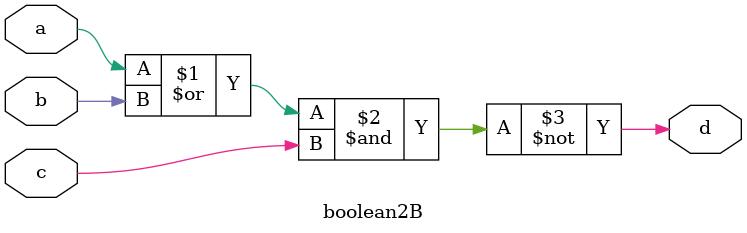
<source format=v>
`timescale 1ns / 1ps


module boolean2B(
    input a, b, c,
    output d
    );
    
assign d=~((a|b)&c);

endmodule


</source>
